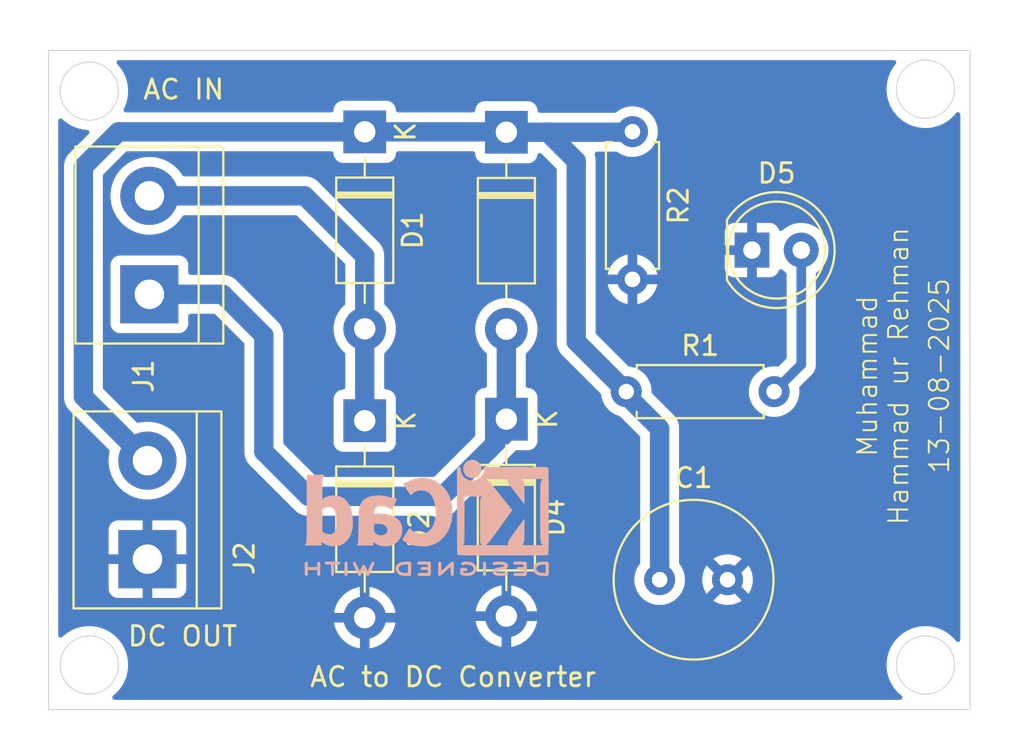
<source format=kicad_pcb>
(kicad_pcb (version 20241229) (generator "pcbnew") (generator_version "9.0")
  (layers (0 "F.Cu" signal) (2 "B.Cu" signal) (13 "F.Paste" user) (15 "B.Paste" user) (5 "F.SilkS" user "F.Silkscreen") (7 "B.SilkS" user "B.Silkscreen") (1 "F.Mask" user) (3 "B.Mask" user) (25 "Edge.Cuts" user))
  (net 0 "")
  (net 1 "/+ve")
  (net 2 "GND")
  (net 3 "Net-(D3-A)")
  (net 4 "Net-(D1-A)")
  (net 5 "Net-(D5-A)")
  (footprint "Diode_THT:D_DO-41_SOD81_P10.16mm_Horizontal" (layer "F.Cu") (at 134.1 103.52 -90)
    (property "Reference" "D4" (at 5.08 -2.47 90) (layer "F.SilkS"))
    (property "Value" "1N4007")
    (fp_text user "K" (at 0 -2.1 90) (layer "F.SilkS"))
    (pad "1" thru_hole rect (at 0 0 270) (size 2.2 2.2) (drill 1.1) (layers "*.Cu" "*.Mask") (net 3 "Net-(D3-A)"))
    (pad "2" thru_hole oval (at 10.16 0 270) (size 2.2 2.2) (drill 1.1) (layers "*.Cu" "*.Mask") (net 2 "GND"))
  )
  (footprint "Resistor_THT:R_Axial_DIN0207_L6.3mm_D2.5mm_P7.62mm_Horizontal" (layer "F.Cu") (at 140.28 102.1)
    (property "Reference" "R1" (at 3.81 -2.37 180) (layer "F.SilkS"))
    (property "Value" "2.2k" (hide yes))
    (pad "1" thru_hole circle (at 0 0) (size 1.6 1.6) (drill 0.8) (layers "*.Cu" "*.Mask") (net 1 "/+ve"))
    (pad "2" thru_hole oval (at 7.62 0) (size 1.6 1.6) (drill 0.8) (layers "*.Cu" "*.Mask") (net 5 "Net-(D5-A)"))
  )
  (footprint "TerminalBlock:TerminalBlock_bornier-2_P5.08mm" (layer "F.Cu") (at 115.6 110.74 90)
    (property "Reference" "J2" (at 0.04 5 90) (layer "F.SilkS"))
    (property "Value" "Screw_Terminal_01x02")
    (pad "1" thru_hole rect (at 0 0 90) (size 3 3) (drill 1.52) (layers "*.Cu" "*.Mask") (net 2 "GND"))
    (pad "2" thru_hole circle (at 5.08 0 90) (size 3 3) (drill 1.52) (layers "*.Cu" "*.Mask") (net 1 "/+ve"))
  )
  (footprint "Resistor_THT:R_Axial_DIN0207_L6.3mm_D2.5mm_P7.62mm_Horizontal" (layer "F.Cu") (at 140.6 88.69 -90)
    (property "Reference" "R2" (at 3.81 -2.37 270) (layer "F.SilkS"))
    (property "Value" "10k")
    (pad "1" thru_hole circle (at 0 0 270) (size 1.6 1.6) (drill 0.8) (layers "*.Cu" "*.Mask") (net 1 "/+ve"))
    (pad "2" thru_hole oval (at 7.62 0 270) (size 1.6 1.6) (drill 0.8) (layers "*.Cu" "*.Mask") (net 2 "GND"))
  )
  (footprint "LED_THT:LED_D5.0mm" (layer "F.Cu") (at 146.76 94.8)
    (property "Reference" "D5" (at 1.27 -3.96 0) (layer "F.SilkS"))
    (property "Value" "LED")
    (pad "1" thru_hole rect (at 0 0) (size 1.8 1.8) (drill 0.9) (layers "*.Cu" "*.Mask") (net 2 "GND"))
    (pad "2" thru_hole circle (at 2.54 0) (size 1.8 1.8) (drill 0.9) (layers "*.Cu" "*.Mask") (net 5 "Net-(D5-A)"))
  )
  (footprint "Diode_THT:D_DO-41_SOD81_P10.16mm_Horizontal" (layer "F.Cu") (at 126.8 88.7 -90)
    (property "Reference" "D1" (at 5.08 -2.47 90) (layer "F.SilkS"))
    (property "Value" "1N4007")
    (fp_text user "K" (at 0 -2.1 90) (layer "F.SilkS"))
    (pad "1" thru_hole rect (at 0 0 270) (size 2.2 2.2) (drill 1.1) (layers "*.Cu" "*.Mask") (net 1 "/+ve"))
    (pad "2" thru_hole oval (at 10.16 0 270) (size 2.2 2.2) (drill 1.1) (layers "*.Cu" "*.Mask") (net 4 "Net-(D1-A)"))
  )
  (footprint "TerminalBlock:TerminalBlock_bornier-2_P5.08mm" (layer "F.Cu") (at 115.7 97.08 90)
    (property "Reference" "J1" (at -4.22 -0.3 90) (layer "F.SilkS"))
    (property "Value" "Screw_Terminal_01x02")
    (pad "1" thru_hole rect (at 0 0 90) (size 3 3) (drill 1.52) (layers "*.Cu" "*.Mask") (net 3 "Net-(D3-A)"))
    (pad "2" thru_hole circle (at 5.08 0 90) (size 3 3) (drill 1.52) (layers "*.Cu" "*.Mask") (net 4 "Net-(D1-A)"))
  )
  (footprint "Diode_THT:D_DO-41_SOD81_P10.16mm_Horizontal" (layer "F.Cu") (at 134.1 88.72 -90)
    (property "Reference" "D3" (hide yes))
    (property "Value" "1N4007")
    (pad "1" thru_hole rect (at 0 0 270) (size 2.2 2.2) (drill 1.1) (layers "*.Cu" "*.Mask") (net 1 "/+ve"))
    (pad "2" thru_hole oval (at 10.16 0 270) (size 2.2 2.2) (drill 1.1) (layers "*.Cu" "*.Mask") (net 3 "Net-(D3-A)"))
  )
  (footprint "Diode_THT:D_DO-41_SOD81_P10.16mm_Horizontal" (layer "F.Cu") (at 126.8 103.6 -90)
    (property "Reference" "D2" (at 5.6 -2.8 90) (layer "F.SilkS"))
    (property "Value" "1N4007")
    (fp_text user "K" (at 0 -2.1 90) (layer "F.SilkS"))
    (pad "1" thru_hole rect (at 0 0 270) (size 2.2 2.2) (drill 1.1) (layers "*.Cu" "*.Mask") (net 4 "Net-(D1-A)"))
    (pad "2" thru_hole oval (at 10.16 0 270) (size 2.2 2.2) (drill 1.1) (layers "*.Cu" "*.Mask") (net 2 "GND"))
  )
  (footprint "Capacitor_THT:C_Radial_D8.0mm_H11.5mm_P3.50mm" (layer "F.Cu") (at 142 111.8)
    (property "Reference" "C1" (at 1.75 -5.25 0) (layer "F.SilkS"))
    (property "Value" "1000uf")
    (pad "1" thru_hole circle (at 0 0) (size 1.6 1.6) (drill 0.8) (layers "*.Cu" "*.Mask") (net 1 "/+ve"))
    (pad "2" thru_hole circle (at 3.5 0) (size 1.6 1.6) (drill 0.8) (layers "*.Cu" "*.Mask") (net 2 "GND"))
  )
  (footprint "Symbol:KiCad-Logo2_5mm_SilkScreen" (layer "B.Cu") (at 130 108.6 180)
    (property "Reference" "REF**" (hide yes))
    (property "Value" "KiCad-Logo2_5mm_SilkScreen" (hide yes))
  )
  (gr_circle (center 112.6 86.6) (end 113.5 87.8) (stroke (width 0.05)) (fill no) (layer "Edge.Cuts"))
  (gr_circle (center 155.7 116.2) (end 156.6 117.4) (stroke (width 0.05)) (fill no) (layer "Edge.Cuts"))
  (gr_rect (start 110.5 84.5) (end 158 118.5) (stroke (width 0.05)) (fill no) (layer "Edge.Cuts"))
  (gr_circle (center 155.7 86.5) (end 156.6 87.7) (stroke (width 0.05)) (fill no) (layer "Edge.Cuts"))
  (gr_circle (center 112.6 116.2) (end 113.5 117.4) (stroke (width 0.05)) (fill no) (layer "Edge.Cuts"))
  (gr_text "DC OUT\n" (at 114.5 115.3 0) (layer "F.SilkS") (effects (font (size 1 1)) (justify left bottom)))
  (gr_text "Muhammad\nHammad ur Rehman" (at 154.9 101.300001 90) (layer "F.SilkS") (effects (font (size 1 1) (thickness 0.1)) (justify bottom)))
  (gr_text "AC to DC Converter\n" (at 123.9 117.4 0) (layer "F.SilkS") (effects (font (size 1 1)) (justify left bottom)))
  (gr_text "13-08-2025\n" (at 157 106.397619 90) (layer "F.SilkS") (effects (font (size 1 1) (thickness 0.1)) (justify left bottom)))
  (gr_text "AC IN\n" (at 115.3 87.1 0) (layer "F.SilkS") (effects (font (size 1 1)) (justify left bottom)))
  (segment (start 112.3 102.36) (end 112.3 90.5) (width 1) (layer "B.Cu") (net 1))
  (segment (start 115.6 105.66) (end 112.3 102.36) (width 1) (layer "B.Cu") (net 1))
  (segment (start 137.7 99.52) (end 140.28 102.1) (width 1) (layer "B.Cu") (net 1))
  (segment (start 112.3 90.5) (end 114.1 88.7) (width 1) (layer "B.Cu") (net 1))
  (segment (start 140.28 102.1) (end 140.28 102.28) (width 1) (layer "B.Cu") (net 1))
  (segment (start 140.28 102.28) (end 142 104) (width 1) (layer "B.Cu") (net 1))
  (segment (start 136.3 88.72) (end 140.57 88.72) (width 1) (layer "B.Cu") (net 1))
  (segment (start 134.1 88.72) (end 136.3 88.72) (width 1) (layer "B.Cu") (net 1))
  (segment (start 142 104) (end 142 111.8) (width 1) (layer "B.Cu") (net 1))
  (segment (start 136.3 88.72) (end 136.3 88.8) (width 1) (layer "B.Cu") (net 1))
  (segment (start 137.7 90.2) (end 137.7 99.52) (width 1) (layer "B.Cu") (net 1))
  (segment (start 114.1 88.7) (end 126.8 88.7) (width 1) (layer "B.Cu") (net 1))
  (segment (start 134.08 88.7) (end 134.1 88.72) (width 1) (layer "B.Cu") (net 1))
  (segment (start 140.57 88.72) (end 140.6 88.69) (width 1) (layer "B.Cu") (net 1))
  (segment (start 140.58 88.72) (end 140.6 88.7) (width 1) (layer "B.Cu") (net 1))
  (segment (start 136.3 88.8) (end 137.7 90.2) (width 1) (layer "B.Cu") (net 1))
  (segment (start 126.8 88.7) (end 134.08 88.7) (width 1) (layer "B.Cu") (net 1))
  (segment (start 134.02 113.76) (end 134.1 113.68) (width 1) (layer "B.Cu") (net 2))
  (segment (start 130.6 107.5) (end 130.7 107.6) (width 1) (layer "B.Cu") (net 3))
  (segment (start 115.7 97.08) (end 119.48 97.08) (width 1) (layer "B.Cu") (net 3))
  (segment (start 119.48 97.08) (end 121.6 99.2) (width 1) (layer "B.Cu") (net 3))
  (segment (start 121.6 99.2) (end 121.6 105.2) (width 1) (layer "B.Cu") (net 3))
  (segment (start 130.7 107.6) (end 134.1 104.2) (width 1) (layer "B.Cu") (net 3))
  (segment (start 134.1 98.88) (end 134.1 103.52) (width 1) (layer "B.Cu") (net 3))
  (segment (start 121.6 105.2) (end 123.9 107.5) (width 1) (layer "B.Cu") (net 3))
  (segment (start 123.9 107.5) (end 130.6 107.5) (width 1) (layer "B.Cu") (net 3))
  (segment (start 134.1 104.2) (end 134.1 103.52) (width 1) (layer "B.Cu") (net 3))
  (segment (start 123.7 92) (end 126.8 95.1) (width 1) (layer "B.Cu") (net 4))
  (segment (start 126.8 95.1) (end 126.8 98.86) (width 1) (layer "B.Cu") (net 4))
  (segment (start 115.7 92) (end 123.7 92) (width 1) (layer "B.Cu") (net 4))
  (segment (start 126.8 98.86) (end 126.8 103.6) (width 1) (layer "B.Cu") (net 4))
  (segment (start 149.3 94.8) (end 149.3 100.7) (width 0.5) (layer "B.Cu") (net 5))
  (segment (start 149.3 100.7) (end 147.9 102.1) (width 0.5) (layer "B.Cu") (net 5))
  (zone (net 2) (net_name "GND") (layer "B.Cu") (connect_pads (clearance 0.5)) (min_thickness 0.25) (fill yes (thermal_gap 0.5) (thermal_bridge_width 0.5))
    (polygon (pts (xy 160.8 81.9) (xy 160.8 120.7) (xy 108 120.7) (xy 108 81.9)))
  )
)
</source>
